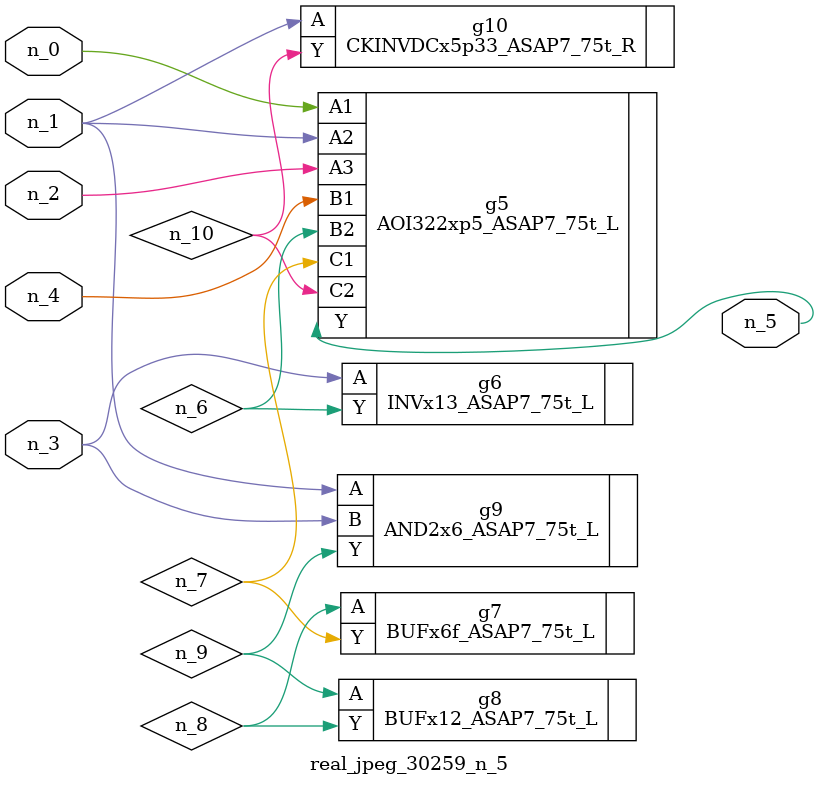
<source format=v>
module real_jpeg_30259_n_5 (n_4, n_0, n_1, n_2, n_3, n_5);

input n_4;
input n_0;
input n_1;
input n_2;
input n_3;

output n_5;

wire n_8;
wire n_6;
wire n_7;
wire n_10;
wire n_9;

AOI322xp5_ASAP7_75t_L g5 ( 
.A1(n_0),
.A2(n_1),
.A3(n_2),
.B1(n_4),
.B2(n_6),
.C1(n_7),
.C2(n_10),
.Y(n_5)
);

AND2x6_ASAP7_75t_L g9 ( 
.A(n_1),
.B(n_3),
.Y(n_9)
);

CKINVDCx5p33_ASAP7_75t_R g10 ( 
.A(n_1),
.Y(n_10)
);

INVx13_ASAP7_75t_L g6 ( 
.A(n_3),
.Y(n_6)
);

BUFx6f_ASAP7_75t_L g7 ( 
.A(n_8),
.Y(n_7)
);

BUFx12_ASAP7_75t_L g8 ( 
.A(n_9),
.Y(n_8)
);


endmodule
</source>
